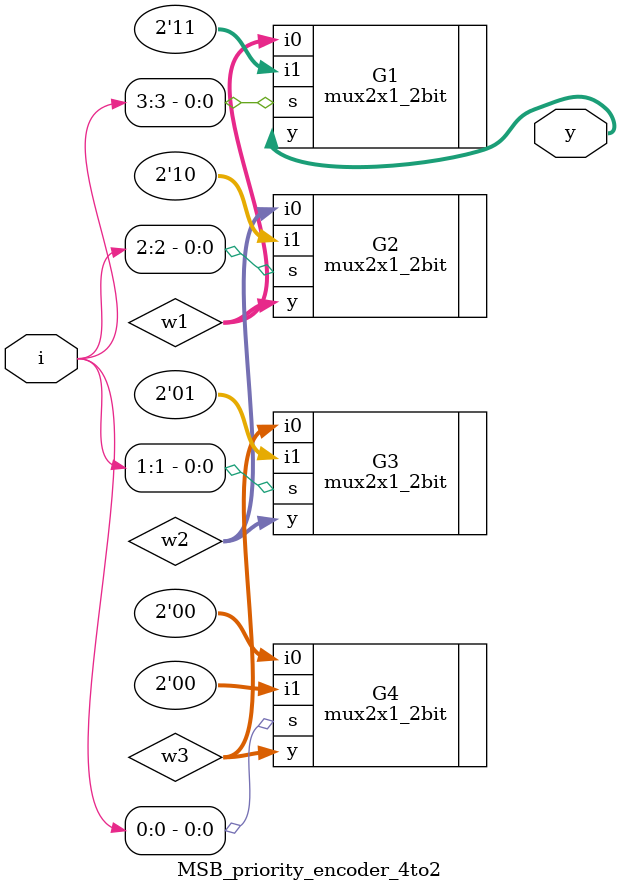
<source format=v>
module MSB_priority_encoder_4to2(y,i);
	input [3:0] i;
	output [1:0] y;
	wire [1:0] w1,w2,w3,w4;
	
	/*
		MSB_priority_encoder_4to2  z1(.y(),.i());
		//							   4    2
	*/
	mux2x1_2bit G1(.y(y),.s(i[3]),.i1(2'b11),.i0(w1));
	mux2x1_2bit G2(.y(w1),.s(i[2]),.i1(2'b10),.i0(w2));
	mux2x1_2bit G3(.y(w2),.s(i[1]),.i1(2'b01),.i0(w3));
	mux2x1_2bit G4(.y(w3),.s(i[0]),.i1(2'b00),.i0(2'b00));

endmodule
</source>
